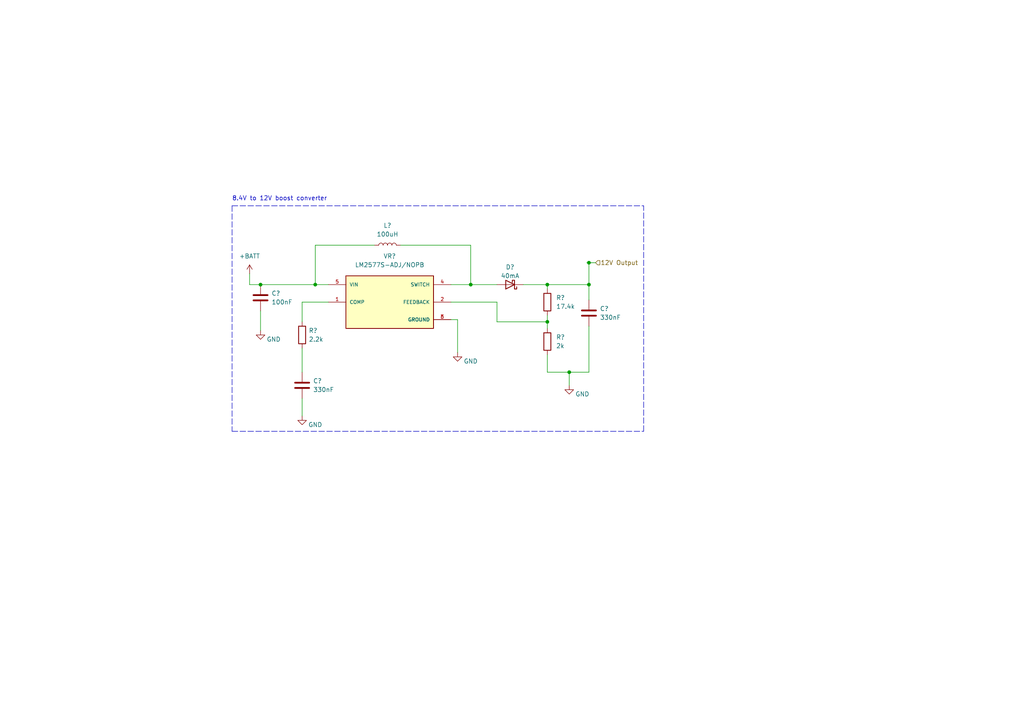
<source format=kicad_sch>
(kicad_sch (version 20211123) (generator eeschema)
  (paper "A4")
  (lib_symbols
    (symbol "Device:C" (pin_numbers hide) (pin_names (offset 0.254))
      (property "Reference" "C" (at 0.635 2.54 0))
      (property "Value" "C" (at 0.635 -2.54 0))
      (symbol "C_0_1"
        (polyline (pts (xy -2.032 -0.762) (xy 2.032 -0.762)) (stroke (width 0.508)))
        (polyline (pts (xy -2.032 0.762) (xy 2.032 0.762)) (stroke (width 0.508)))
      )
      (symbol "C_1_1"
        (pin passive line (at 0 3.81 270) (length 2.794) (name "~") (number "1"))
        (pin passive line (at 0 -3.81 90) (length 2.794) (name "~") (number "2"))
      )
    )
    (symbol "Device:D_Schottky" (pin_numbers hide) (pin_names (offset 1.016) hide)
      (property "Reference" "D" (at 0 2.54 0))
      (property "Value" "D_Schottky" (at 0 -2.54 0))
      (symbol "D_Schottky_0_1"
        (polyline (pts (xy 1.27 0) (xy -1.27 0)))
        (polyline (pts (xy 1.27 1.27) (xy 1.27 -1.27) (xy -1.27 0) (xy 1.27 1.27)) (stroke (width 0.254)))
        (polyline (pts (xy -1.905 0.635) (xy -1.905 1.27) (xy -1.27 1.27) (xy -1.27 -1.27) (xy -0.635 -1.27) (xy -0.635 -0.635)) (stroke (width 0.254)))
      )
      (symbol "D_Schottky_1_1"
        (pin passive line (at -3.81 0 0) (length 2.54) (name "K") (number "1"))
        (pin passive line (at 3.81 0 180) (length 2.54) (name "A") (number "2"))
      )
    )
    (symbol "Device:L" (pin_numbers hide) (pin_names (offset 1.016) hide)
      (property "Reference" "L" (at -1.27 0 90))
      (property "Value" "L" (at 1.905 0 90))
      (symbol "L_0_1"
        (arc (start 0 -2.54) (mid 0.635 -1.905) (end 0 -1.27))
        (arc (start 0 -1.27) (mid 0.635 -0.635) (end 0 0))
        (arc (start 0 0) (mid 0.635 0.635) (end 0 1.27))
        (arc (start 0 1.27) (mid 0.635 1.905) (end 0 2.54))
      )
      (symbol "L_1_1"
        (pin passive line (at 0 3.81 270) (length 1.27) (name "1") (number "1"))
        (pin passive line (at 0 -3.81 90) (length 1.27) (name "2") (number "2"))
      )
    )
    (symbol "Device:R" (pin_numbers hide) (pin_names (offset 0))
      (property "Reference" "R" (at 2.032 0 90))
      (property "Value" "R" (at 0 0 90))
      (symbol "R_0_1"
        (rectangle (start -1.016 -2.54) (end 1.016 2.54) (stroke (width 0.254)))
      )
      (symbol "R_1_1"
        (pin passive line (at 0 3.81 270) (length 1.27) (name "~") (number "1"))
        (pin passive line (at 0 -3.81 90) (length 1.27) (name "~") (number "2"))
      )
    )
    (symbol "LM2577S-ADJ_NOPB:LM2577S-ADJ{slash}NOPB" (pin_names (offset 1.016))
      (property "Reference" "VR" (at -12.7 10.16 0))
      (property "Value" "LM2577S-ADJ{slash}NOPB" (at -12.7 -12.7 0))
      (symbol "LM2577S-ADJ{slash}NOPB_0_0"
        (rectangle (start -12.7 -7.62) (end 12.7 7.62) (stroke (width 0.254)) (fill (type background)))
        (pin passive line (at -17.78 0 0) (length 5.08) (name "COMP") (number "1"))
        (pin input line (at 17.78 0 180) (length 5.08) (name "FEEDBACK") (number "2"))
        (pin power_in line (at 17.78 -5.08 180) (length 5.08) (name "GROUND") (number "3"))
        (pin output line (at 17.78 5.08 180) (length 5.08) (name "SWITCH") (number "4"))
        (pin input line (at -17.78 5.08 0) (length 5.08) (name "VIN") (number "5"))
        (pin power_in line (at 17.78 -5.08 180) (length 5.08) (name "GROUND") (number "6"))
      )
    )
    (symbol "power:+BATT" (power) (pin_names (offset 0))
      (property "Value" "+BATT" (at 0 3.556 0))
      (symbol "+BATT_0_1"
        (polyline (pts (xy -0.762 1.27) (xy 0 2.54)))
        (polyline (pts (xy 0 0) (xy 0 2.54)))
        (polyline (pts (xy 0 2.54) (xy 0.762 1.27)))
      )
      (symbol "+BATT_1_1"
        (pin power_in line (at 0 0 90) (length 0) hide (name "+BATT") (number "1"))
      )
    )
    (symbol "power:GND" (power) (pin_names (offset 0))
      (property "Value" "GND" (at 0 -3.81 0))
      (symbol "GND_0_1"
        (polyline (pts (xy 0 0) (xy 0 -1.27) (xy 1.27 -1.27) (xy 0 -2.54) (xy -1.27 -1.27) (xy 0 -1.27)))
      )
      (symbol "GND_1_1"
        (pin power_in line (at 0 0 270) (length 0) hide (name "GND") (number "1"))
      )
    )
  )
  (junction (at 170.815 76.2))
  (junction (at 165.1 107.95))
  (junction (at 170.815 82.55))
  (junction (at 75.565 82.55))
  (junction (at 158.75 82.55))
  (junction (at 91.44 82.55))
  (junction (at 136.525 82.55))
  (junction (at 158.75 93.345))
  (wire (pts (xy 158.75 93.345) (xy 158.75 95.25)))
  (wire (pts (xy 136.525 82.55) (xy 144.145 82.55)))
  (wire (pts (xy 144.145 93.345) (xy 158.75 93.345)))
  (wire (pts (xy 108.585 71.12) (xy 91.44 71.12)))
  (wire (pts (xy 95.25 87.63) (xy 87.63 87.63)))
  (wire (pts (xy 75.565 82.55) (xy 91.44 82.55)))
  (wire (pts (xy 130.81 87.63) (xy 144.145 87.63)))
  (wire (pts (xy 170.815 82.55) (xy 158.75 82.55)))
  (wire (pts (xy 170.815 76.2) (xy 170.815 82.55)))
  (wire (pts (xy 165.1 107.95) (xy 165.1 111.76)))
  (wire (pts (xy 151.765 82.55) (xy 158.75 82.55)))
  (wire (pts (xy 72.39 79.375) (xy 72.39 82.55)))
  (polyline (pts (xy 186.69 125.095) (xy 186.69 59.69)))
  (wire (pts (xy 170.815 94.615) (xy 170.815 107.95)))
  (wire (pts (xy 132.715 92.71) (xy 132.715 102.235)))
  (wire (pts (xy 170.18 76.2) (xy 170.815 76.2)))
  (wire (pts (xy 170.815 76.2) (xy 172.72 76.2)))
  (wire (pts (xy 116.205 71.12) (xy 136.525 71.12)))
  (wire (pts (xy 144.145 87.63) (xy 144.145 93.345)))
  (wire (pts (xy 170.815 86.995) (xy 170.815 82.55)))
  (wire (pts (xy 158.75 91.44) (xy 158.75 93.345)))
  (wire (pts (xy 165.1 107.95) (xy 158.75 107.95)))
  (wire (pts (xy 130.81 92.71) (xy 132.715 92.71)))
  (wire (pts (xy 72.39 82.55) (xy 75.565 82.55)))
  (wire (pts (xy 75.565 90.17) (xy 75.565 95.885)))
  (wire (pts (xy 136.525 82.55) (xy 130.81 82.55)))
  (wire (pts (xy 87.63 100.965) (xy 87.63 107.95)))
  (wire (pts (xy 170.815 107.95) (xy 165.1 107.95)))
  (wire (pts (xy 91.44 82.55) (xy 95.25 82.55)))
  (wire (pts (xy 158.75 82.55) (xy 158.75 83.82)))
  (wire (pts (xy 87.63 115.57) (xy 87.63 120.65)))
  (polyline (pts (xy 67.31 59.69) (xy 186.69 59.69)))
  (wire (pts (xy 136.525 71.12) (xy 136.525 82.55)))
  (wire (pts (xy 91.44 71.12) (xy 91.44 82.55)))
  (wire (pts (xy 87.63 87.63) (xy 87.63 93.345)))
  (wire (pts (xy 158.75 107.95) (xy 158.75 102.87)))
  (polyline (pts (xy 67.31 59.69) (xy 67.31 125.095)))
  (polyline (pts (xy 67.31 125.095) (xy 186.69 125.095)))
  (text "8.4V to 12V boost converter\n" (at 67.31 58.42 0) (effects (font (size 1.27 1.27)) (justify left bottom)))
  (hierarchical_label "12V Output" (shape input) (at 172.72 76.2 0))
  (symbol (lib_id "power:GND") (at 75.565 95.885 0) (unit 1)
    (property "Reference" "#PWR?" (effects hide))
    (property "Value" "GND" (at 79.375 98.425 0))
  )
  (symbol (lib_id "Device:L") (at 112.395 71.12 90) (unit 1)
    (property "Reference" "L?" (at 112.395 65.405 90))
    (property "Value" "100uH" (at 112.395 67.945 90))
  )
  (symbol (lib_id "power:GND") (at 165.1 111.76 0) (unit 1)
    (property "Reference" "#PWR?" (effects hide))
    (property "Value" "GND" (at 168.91 114.3 0))
  )
  (symbol (lib_id "Device:R") (at 158.75 99.06 0) (unit 1)
    (property "Reference" "R?" (at 161.29 97.7899 0) (effects (justify left)))
    (property "Value" "2k" (at 161.29 100.3299 0) (effects (justify left)))
  )
  (symbol (lib_id "power:GND") (at 87.63 120.65 0) (unit 1)
    (property "Reference" "#PWR?" (effects hide))
    (property "Value" "GND" (at 91.44 123.19 0))
  )
  (symbol (lib_id "Device:C") (at 170.815 90.805 0) (unit 1)
    (property "Reference" "C?" (at 173.99 89.5349 0) (effects (justify left)))
    (property "Value" "330nF" (at 173.99 92.0749 0) (effects (justify left)))
    (property "Footprint" "Capacitor_SMD:C_0603_1608Metric" (effects hide))
  )
  (symbol (lib_id "power:GND") (at 132.715 102.235 0) (unit 1)
    (property "Reference" "#PWR?" (effects hide))
    (property "Value" "GND" (at 136.525 104.775 0))
  )
  (symbol (lib_id "LM2577S-ADJ_NOPB:LM2577S-ADJ{slash}NOPB") (at 113.03 87.63 0) (unit 1)
    (property "Reference" "VR?" (at 113.03 74.295 0))
    (property "Value" "LM2577S-ADJ/NOPB" (at 113.03 76.835 0))
    (property "Footprint" "LM2577S-ADJ_NOPB:VREG_LM2577S-ADJ_NOPB" (effects hide))
    (property "PARTREV" "D" (effects hide))
    (property "STANDARD" "Manufacturer recommendations" (effects hide))
    (property "MAXIMUM_PACKAGE_HEIGHT" "4.65 mm" (effects hide))
    (property "MANUFACTURER" "Texas Instruments" (effects hide))
  )
  (symbol (lib_id "Device:C") (at 87.63 111.76 0) (unit 1)
    (property "Reference" "C?" (at 90.805 110.4899 0) (effects (justify left)))
    (property "Value" "330nF" (at 90.805 113.0299 0) (effects (justify left)))
    (property "Footprint" "Capacitor_SMD:C_0603_1608Metric" (effects hide))
  )
  (symbol (lib_id "power:+BATT") (at 72.39 79.375 0) (unit 1)
    (property "Reference" "#PWR?" (effects hide))
    (property "Value" "+BATT" (at 72.39 74.295 0))
  )
  (symbol (lib_id "Device:R") (at 87.63 97.155 0) (unit 1)
    (property "Reference" "R?" (at 89.535 95.8849 0) (effects (justify left)))
    (property "Value" "2.2k" (at 89.535 98.4249 0) (effects (justify left)))
  )
  (symbol (lib_id "Device:R") (at 158.75 87.63 0) (unit 1)
    (property "Reference" "R?" (at 161.29 86.3599 0) (effects (justify left)))
    (property "Value" "17.4k" (at 161.29 88.8999 0) (effects (justify left)))
  )
  (symbol (lib_id "Device:C") (at 75.565 86.36 0) (unit 1)
    (property "Reference" "C?" (at 78.74 85.0899 0) (effects (justify left)))
    (property "Value" "100nF" (at 78.74 87.6299 0) (effects (justify left)))
    (property "Footprint" "Capacitor_SMD:C_0603_1608Metric" (effects hide))
  )
  (symbol (lib_id "Device:D_Schottky") (at 147.955 82.55 180) (unit 1)
    (property "Reference" "D?" (at 147.955 77.47 0))
    (property "Value" "40mA" (at 147.955 80.01 0))
    (property "Footprint" "Diode_SMD:D_1206_3216Metric" (effects hide))
    (property "Datasheet" " PSBD1DFXXV3H" (effects hide))
  )
)
</source>
